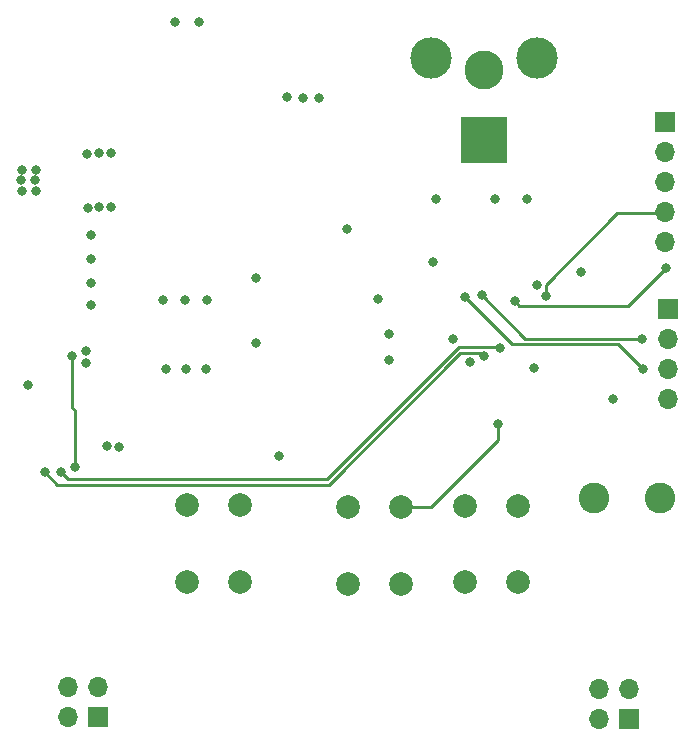
<source format=gbr>
%TF.GenerationSoftware,KiCad,Pcbnew,7.0.1*%
%TF.CreationDate,2023-07-11T02:04:21-05:00*%
%TF.ProjectId,Power_Supply,506f7765-725f-4537-9570-706c792e6b69,1*%
%TF.SameCoordinates,Original*%
%TF.FileFunction,Copper,L4,Bot*%
%TF.FilePolarity,Positive*%
%FSLAX46Y46*%
G04 Gerber Fmt 4.6, Leading zero omitted, Abs format (unit mm)*
G04 Created by KiCad (PCBNEW 7.0.1) date 2023-07-11 02:04:21*
%MOMM*%
%LPD*%
G01*
G04 APERTURE LIST*
%TA.AperFunction,ComponentPad*%
%ADD10C,2.000000*%
%TD*%
%TA.AperFunction,ComponentPad*%
%ADD11C,2.600000*%
%TD*%
%TA.AperFunction,ComponentPad*%
%ADD12R,1.700000X1.700000*%
%TD*%
%TA.AperFunction,ComponentPad*%
%ADD13O,1.700000X1.700000*%
%TD*%
%TA.AperFunction,ComponentPad*%
%ADD14R,4.000000X4.000000*%
%TD*%
%TA.AperFunction,ComponentPad*%
%ADD15C,3.300000*%
%TD*%
%TA.AperFunction,ComponentPad*%
%ADD16C,3.500000*%
%TD*%
%TA.AperFunction,ViaPad*%
%ADD17C,0.800000*%
%TD*%
%TA.AperFunction,Conductor*%
%ADD18C,0.250000*%
%TD*%
G04 APERTURE END LIST*
D10*
%TO.P,SW3,1,1*%
%TO.N,POT_BTN_DWN*%
X142980000Y-91380000D03*
X142980000Y-97880000D03*
%TO.P,SW3,2,2*%
%TO.N,GND*%
X138480000Y-91380000D03*
X138480000Y-97880000D03*
%TD*%
D11*
%TO.P,H6,1,1*%
%TO.N,GND*%
X159350000Y-90610000D03*
%TD*%
D12*
%TO.P,J4,1,Pin_1*%
%TO.N,+3.3V*%
X165360000Y-58830000D03*
D13*
%TO.P,J4,2,Pin_2*%
%TO.N,SWCLK*%
X165360000Y-61370000D03*
%TO.P,J4,3,Pin_3*%
%TO.N,GND*%
X165360000Y-63910000D03*
%TO.P,J4,4,Pin_4*%
%TO.N,SWDIO*%
X165360000Y-66450000D03*
%TO.P,J4,5,Pin_5*%
%TO.N,SWO*%
X165360000Y-68990000D03*
%TD*%
D10*
%TO.P,SW1,1,1*%
%TO.N,GND*%
X124830000Y-97740000D03*
X124830000Y-91240000D03*
%TO.P,SW1,2,2*%
%TO.N,/NRST*%
X129330000Y-97740000D03*
X129330000Y-91240000D03*
%TD*%
D11*
%TO.P,H5,1,1*%
%TO.N,ADC*%
X164880000Y-90680000D03*
%TD*%
D14*
%TO.P,J1,1*%
%TO.N,/MCU_POWER/JACK_OUT*%
X149995000Y-60365000D03*
D15*
%TO.P,J1,2*%
%TO.N,GND*%
X149995000Y-54365000D03*
D16*
%TO.P,J1,MP*%
%TO.N,N/C*%
X154495000Y-53365000D03*
X145495000Y-53365000D03*
%TD*%
D10*
%TO.P,SW2,1,1*%
%TO.N,POT_BTN_UP*%
X152880000Y-91290000D03*
X152880000Y-97790000D03*
%TO.P,SW2,2,2*%
%TO.N,GND*%
X148380000Y-91290000D03*
X148380000Y-97790000D03*
%TD*%
D12*
%TO.P,J3,1,Pin_1*%
%TO.N,+3.3V*%
X165590000Y-74660000D03*
D13*
%TO.P,J3,2,Pin_2*%
%TO.N,SCL*%
X165590000Y-77200000D03*
%TO.P,J3,3,Pin_3*%
%TO.N,SDA*%
X165590000Y-79740000D03*
%TO.P,J3,4,Pin_4*%
%TO.N,GND*%
X165590000Y-82280000D03*
%TD*%
D12*
%TO.P,J10,1,Pin_1*%
%TO.N,ADC*%
X117295000Y-109155000D03*
D13*
%TO.P,J10,2,Pin_2*%
X117295000Y-106615000D03*
%TO.P,J10,3,Pin_3*%
%TO.N,GND*%
X114755000Y-109155000D03*
%TO.P,J10,4,Pin_4*%
X114755000Y-106615000D03*
%TD*%
D12*
%TO.P,J5,1,Pin_1*%
%TO.N,ADC*%
X162275000Y-109365000D03*
D13*
%TO.P,J5,2,Pin_2*%
X162275000Y-106825000D03*
%TO.P,J5,3,Pin_3*%
%TO.N,GND*%
X159735000Y-109365000D03*
%TO.P,J5,4,Pin_4*%
X159735000Y-106825000D03*
%TD*%
D17*
%TO.N,GND*%
X133295000Y-56725000D03*
X123825000Y-50335000D03*
X124750000Y-79720000D03*
X126590000Y-73910000D03*
X134655000Y-56735000D03*
X116280000Y-78190000D03*
X122810000Y-73860000D03*
X116755000Y-68355000D03*
X150905000Y-65285000D03*
X154492205Y-72567961D03*
X160972500Y-82220000D03*
X147411000Y-77209807D03*
X132695000Y-87075000D03*
X142000000Y-76740000D03*
X116425000Y-61490000D03*
X138445000Y-67855000D03*
X123080000Y-79700000D03*
X118400000Y-61445000D03*
X116455000Y-66050000D03*
X136015000Y-56765000D03*
X126460000Y-79710000D03*
X130676250Y-72055000D03*
X119110000Y-86290000D03*
X116280000Y-79200000D03*
X116775000Y-70365000D03*
X118120000Y-86280000D03*
X124680000Y-73860000D03*
X145655000Y-70665000D03*
X117445000Y-66030000D03*
X116755000Y-74275000D03*
X130695000Y-77495000D03*
X116755000Y-72455000D03*
X117410000Y-61465000D03*
X118430000Y-66005000D03*
X154265000Y-79615000D03*
%TO.N,+3.3V*%
X125915000Y-50335000D03*
X153650000Y-65300000D03*
X110855000Y-62840000D03*
X110835000Y-63720000D03*
X141960000Y-78980000D03*
X112035000Y-63710000D03*
X145935000Y-65325000D03*
X158254799Y-71504799D03*
X110855000Y-64650000D03*
X141055000Y-73780500D03*
X112055000Y-62830000D03*
X112055000Y-64640000D03*
X148860000Y-79104500D03*
X111385000Y-81115000D03*
%TO.N,PU*%
X112815000Y-88455000D03*
X150017037Y-78614500D03*
%TO.N,PD*%
X114195000Y-88425500D03*
X151395000Y-77955000D03*
%TO.N,SCL*%
X149835000Y-73495000D03*
X163400000Y-77175000D03*
%TO.N,SDA*%
X163440000Y-79735000D03*
X148435000Y-73635000D03*
%TO.N,SWDIO*%
X155230000Y-73505000D03*
%TO.N,SWO*%
X165444998Y-71195000D03*
X152610000Y-74000000D03*
%TO.N,POT_BTN_DWN*%
X151200000Y-84340000D03*
%TO.N,ADC*%
X115415000Y-87975999D03*
X115125000Y-78585000D03*
%TD*%
D18*
%TO.N,PU*%
X136860402Y-89535000D02*
X148015402Y-78380000D01*
X149782537Y-78380000D02*
X150017037Y-78614500D01*
X112815000Y-88455000D02*
X113895000Y-89535000D01*
X113895000Y-89535000D02*
X136860402Y-89535000D01*
X148015402Y-78380000D02*
X149782537Y-78380000D01*
%TO.N,PD*%
X151395000Y-77955000D02*
X151330000Y-77890000D01*
X147869712Y-77890000D02*
X136709213Y-89050499D01*
X136709213Y-89050499D02*
X114819999Y-89050499D01*
X114819999Y-89050499D02*
X114195000Y-88425500D01*
X151330000Y-77890000D02*
X147869712Y-77890000D01*
%TO.N,SCL*%
X153515000Y-77175000D02*
X163400000Y-77175000D01*
X149835000Y-73495000D02*
X153515000Y-77175000D01*
%TO.N,SDA*%
X148435000Y-73635000D02*
X152425000Y-77625000D01*
X152425000Y-77625000D02*
X161330000Y-77625000D01*
X161330000Y-77625000D02*
X163440000Y-79735000D01*
%TO.N,SWDIO*%
X155230000Y-72570000D02*
X161305000Y-66495000D01*
X155230000Y-73505000D02*
X155230000Y-72570000D01*
X161305000Y-66495000D02*
X165315000Y-66495000D01*
X165315000Y-66495000D02*
X165360000Y-66450000D01*
%TO.N,SWO*%
X152610000Y-74000000D02*
X153004500Y-74394500D01*
X162245500Y-74394500D02*
X165444998Y-71195000D01*
X153004500Y-74394500D02*
X162245500Y-74394500D01*
%TO.N,POT_BTN_DWN*%
X145560000Y-91380000D02*
X142980000Y-91380000D01*
X151200000Y-85740000D02*
X145560000Y-91380000D01*
X151200000Y-84340000D02*
X151200000Y-85740000D01*
%TO.N,ADC*%
X115125000Y-82945000D02*
X115415000Y-83235000D01*
X115415000Y-83235000D02*
X115415000Y-87975999D01*
X115125000Y-78585000D02*
X115125000Y-82945000D01*
%TD*%
M02*

</source>
